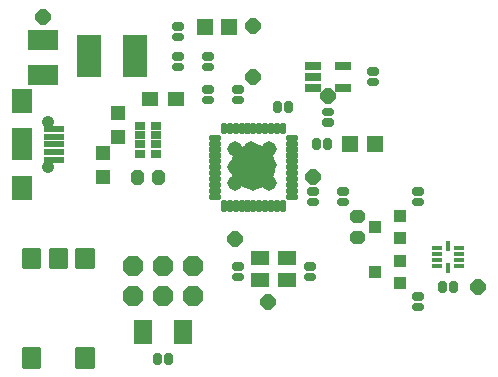
<source format=gts>
G75*
%MOIN*%
%OFA0B0*%
%FSLAX25Y25*%
%IPPOS*%
%LPD*%
%AMOC8*
5,1,8,0,0,1.08239X$1,22.5*
%
%ADD10C,0.02520*%
%ADD11R,0.10249X0.07099*%
%ADD12C,0.03470*%
%ADD13R,0.06312X0.07887*%
%ADD14R,0.08280X0.14186*%
%ADD15R,0.03445X0.01378*%
%ADD16R,0.01378X0.03445*%
%ADD17R,0.06509X0.02375*%
%ADD18C,0.04146*%
%ADD19R,0.06693X0.07874*%
%ADD20R,0.06693X0.10630*%
%ADD21OC8,0.06940*%
%ADD22R,0.05524X0.05524*%
%ADD23R,0.05524X0.04737*%
%ADD24C,0.00947*%
%ADD25R,0.03359X0.02769*%
%ADD26C,0.10000*%
%ADD27C,0.01506*%
%ADD28R,0.05524X0.02965*%
%ADD29R,0.05918X0.04934*%
%ADD30R,0.04737X0.04737*%
%ADD31R,0.04343X0.03950*%
%ADD32OC8,0.05162*%
%ADD33C,0.05162*%
D10*
X0066456Y0013240D02*
X0066736Y0013240D01*
X0066736Y0011960D01*
X0066456Y0011960D01*
X0066456Y0013240D01*
X0069956Y0013240D02*
X0070236Y0013240D01*
X0070236Y0011960D01*
X0069956Y0011960D01*
X0069956Y0013240D01*
X0092706Y0039710D02*
X0092706Y0039990D01*
X0093986Y0039990D01*
X0093986Y0039710D01*
X0092706Y0039710D01*
X0092706Y0043210D02*
X0092706Y0043490D01*
X0093986Y0043490D01*
X0093986Y0043210D01*
X0092706Y0043210D01*
X0117986Y0043210D02*
X0117986Y0043490D01*
X0117986Y0043210D02*
X0116706Y0043210D01*
X0116706Y0043490D01*
X0117986Y0043490D01*
X0117986Y0039990D02*
X0117986Y0039710D01*
X0116706Y0039710D01*
X0116706Y0039990D01*
X0117986Y0039990D01*
X0117706Y0064710D02*
X0117706Y0064990D01*
X0118986Y0064990D01*
X0118986Y0064710D01*
X0117706Y0064710D01*
X0117706Y0068210D02*
X0117706Y0068490D01*
X0118986Y0068490D01*
X0118986Y0068210D01*
X0117706Y0068210D01*
X0128986Y0068210D02*
X0128986Y0068490D01*
X0128986Y0068210D02*
X0127706Y0068210D01*
X0127706Y0068490D01*
X0128986Y0068490D01*
X0128986Y0064990D02*
X0128986Y0064710D01*
X0127706Y0064710D01*
X0127706Y0064990D01*
X0128986Y0064990D01*
X0123236Y0083460D02*
X0122956Y0083460D01*
X0122956Y0084740D01*
X0123236Y0084740D01*
X0123236Y0083460D01*
X0119736Y0083460D02*
X0119456Y0083460D01*
X0119456Y0084740D01*
X0119736Y0084740D01*
X0119736Y0083460D01*
X0123986Y0091210D02*
X0123986Y0091490D01*
X0123986Y0091210D02*
X0122706Y0091210D01*
X0122706Y0091490D01*
X0123986Y0091490D01*
X0123986Y0094710D02*
X0123986Y0094990D01*
X0123986Y0094710D02*
X0122706Y0094710D01*
X0122706Y0094990D01*
X0123986Y0094990D01*
X0137706Y0104710D02*
X0137706Y0104990D01*
X0138986Y0104990D01*
X0138986Y0104710D01*
X0137706Y0104710D01*
X0137706Y0108210D02*
X0137706Y0108490D01*
X0138986Y0108490D01*
X0138986Y0108210D01*
X0137706Y0108210D01*
X0110236Y0097240D02*
X0109956Y0097240D01*
X0110236Y0097240D02*
X0110236Y0095960D01*
X0109956Y0095960D01*
X0109956Y0097240D01*
X0106736Y0097240D02*
X0106456Y0097240D01*
X0106736Y0097240D02*
X0106736Y0095960D01*
X0106456Y0095960D01*
X0106456Y0097240D01*
X0093986Y0098710D02*
X0093986Y0098990D01*
X0093986Y0098710D02*
X0092706Y0098710D01*
X0092706Y0098990D01*
X0093986Y0098990D01*
X0093986Y0102210D02*
X0093986Y0102490D01*
X0093986Y0102210D02*
X0092706Y0102210D01*
X0092706Y0102490D01*
X0093986Y0102490D01*
X0083986Y0102490D02*
X0083986Y0102210D01*
X0082706Y0102210D01*
X0082706Y0102490D01*
X0083986Y0102490D01*
X0083986Y0098990D02*
X0083986Y0098710D01*
X0082706Y0098710D01*
X0082706Y0098990D01*
X0083986Y0098990D01*
X0082706Y0109710D02*
X0082706Y0109990D01*
X0083986Y0109990D01*
X0083986Y0109710D01*
X0082706Y0109710D01*
X0082706Y0113210D02*
X0082706Y0113490D01*
X0083986Y0113490D01*
X0083986Y0113210D01*
X0082706Y0113210D01*
X0073986Y0113210D02*
X0073986Y0113490D01*
X0073986Y0113210D02*
X0072706Y0113210D01*
X0072706Y0113490D01*
X0073986Y0113490D01*
X0073986Y0109990D02*
X0073986Y0109710D01*
X0072706Y0109710D01*
X0072706Y0109990D01*
X0073986Y0109990D01*
X0073986Y0119710D02*
X0073986Y0119990D01*
X0073986Y0119710D02*
X0072706Y0119710D01*
X0072706Y0119990D01*
X0073986Y0119990D01*
X0073986Y0123210D02*
X0073986Y0123490D01*
X0073986Y0123210D02*
X0072706Y0123210D01*
X0072706Y0123490D01*
X0073986Y0123490D01*
X0153986Y0068490D02*
X0153986Y0068210D01*
X0152706Y0068210D01*
X0152706Y0068490D01*
X0153986Y0068490D01*
X0153986Y0064990D02*
X0153986Y0064710D01*
X0152706Y0064710D01*
X0152706Y0064990D01*
X0153986Y0064990D01*
X0161456Y0035960D02*
X0161736Y0035960D01*
X0161456Y0035960D02*
X0161456Y0037240D01*
X0161736Y0037240D01*
X0161736Y0035960D01*
X0164956Y0035960D02*
X0165236Y0035960D01*
X0164956Y0035960D02*
X0164956Y0037240D01*
X0165236Y0037240D01*
X0165236Y0035960D01*
X0152706Y0033490D02*
X0152706Y0033210D01*
X0152706Y0033490D02*
X0153986Y0033490D01*
X0153986Y0033210D01*
X0152706Y0033210D01*
X0152706Y0029990D02*
X0152706Y0029710D01*
X0152706Y0029990D02*
X0153986Y0029990D01*
X0153986Y0029710D01*
X0152706Y0029710D01*
D11*
X0028346Y0107194D03*
X0028346Y0119006D03*
D12*
X0059413Y0073930D02*
X0059413Y0072270D01*
X0059413Y0073930D02*
X0060279Y0073930D01*
X0060279Y0072270D01*
X0059413Y0072270D01*
X0066413Y0072270D02*
X0066413Y0073930D01*
X0067279Y0073930D01*
X0067279Y0072270D01*
X0066413Y0072270D01*
X0134176Y0060533D02*
X0134176Y0059667D01*
X0132516Y0059667D01*
X0132516Y0060533D01*
X0134176Y0060533D01*
X0134176Y0053533D02*
X0134176Y0052667D01*
X0132516Y0052667D01*
X0132516Y0053533D01*
X0134176Y0053533D01*
D13*
X0075039Y0021600D03*
X0061654Y0021600D03*
D14*
X0059024Y0113600D03*
X0043669Y0113600D03*
D15*
X0159754Y0049553D03*
X0159754Y0047584D03*
X0159754Y0045616D03*
X0159754Y0043647D03*
X0166939Y0043647D03*
X0166939Y0045616D03*
X0166939Y0047584D03*
X0166939Y0049553D03*
D16*
X0163346Y0050193D03*
X0163346Y0043007D03*
D17*
X0032075Y0078982D03*
X0032075Y0081541D03*
X0032075Y0084100D03*
X0032075Y0086659D03*
X0032075Y0089218D03*
D18*
X0030008Y0091580D03*
X0030008Y0076620D03*
D19*
X0021346Y0069596D03*
X0021346Y0098604D03*
D20*
X0021346Y0084100D03*
D21*
X0058346Y0043600D03*
X0068346Y0043600D03*
X0078346Y0043600D03*
X0078346Y0033600D03*
X0068346Y0033600D03*
X0058346Y0033600D03*
D22*
X0130713Y0084100D03*
X0138980Y0084100D03*
X0090480Y0123100D03*
X0082213Y0123100D03*
D23*
X0072677Y0099100D03*
X0064016Y0099100D03*
D24*
X0021805Y0016141D02*
X0021805Y0009989D01*
X0021805Y0016141D02*
X0027171Y0016141D01*
X0027171Y0009989D01*
X0021805Y0009989D01*
X0021805Y0010935D02*
X0027171Y0010935D01*
X0027171Y0011881D02*
X0021805Y0011881D01*
X0021805Y0012827D02*
X0027171Y0012827D01*
X0027171Y0013773D02*
X0021805Y0013773D01*
X0021805Y0014719D02*
X0027171Y0014719D01*
X0027171Y0015665D02*
X0021805Y0015665D01*
X0039522Y0016141D02*
X0039522Y0009989D01*
X0039522Y0016141D02*
X0044888Y0016141D01*
X0044888Y0009989D01*
X0039522Y0009989D01*
X0039522Y0010935D02*
X0044888Y0010935D01*
X0044888Y0011881D02*
X0039522Y0011881D01*
X0039522Y0012827D02*
X0044888Y0012827D01*
X0044888Y0013773D02*
X0039522Y0013773D01*
X0039522Y0014719D02*
X0044888Y0014719D01*
X0044888Y0015665D02*
X0039522Y0015665D01*
X0039522Y0043059D02*
X0039522Y0049211D01*
X0044888Y0049211D01*
X0044888Y0043059D01*
X0039522Y0043059D01*
X0039522Y0044005D02*
X0044888Y0044005D01*
X0044888Y0044951D02*
X0039522Y0044951D01*
X0039522Y0045897D02*
X0044888Y0045897D01*
X0044888Y0046843D02*
X0039522Y0046843D01*
X0039522Y0047789D02*
X0044888Y0047789D01*
X0044888Y0048735D02*
X0039522Y0048735D01*
X0030663Y0049211D02*
X0030663Y0043059D01*
X0030663Y0049211D02*
X0036029Y0049211D01*
X0036029Y0043059D01*
X0030663Y0043059D01*
X0030663Y0044005D02*
X0036029Y0044005D01*
X0036029Y0044951D02*
X0030663Y0044951D01*
X0030663Y0045897D02*
X0036029Y0045897D01*
X0036029Y0046843D02*
X0030663Y0046843D01*
X0030663Y0047789D02*
X0036029Y0047789D01*
X0036029Y0048735D02*
X0030663Y0048735D01*
X0021805Y0049211D02*
X0021805Y0043059D01*
X0021805Y0049211D02*
X0027171Y0049211D01*
X0027171Y0043059D01*
X0021805Y0043059D01*
X0021805Y0044005D02*
X0027171Y0044005D01*
X0027171Y0044951D02*
X0021805Y0044951D01*
X0021805Y0045897D02*
X0027171Y0045897D01*
X0027171Y0046843D02*
X0021805Y0046843D01*
X0021805Y0047789D02*
X0027171Y0047789D01*
X0027171Y0048735D02*
X0021805Y0048735D01*
D25*
X0060689Y0080876D03*
X0060689Y0084025D03*
X0060689Y0087175D03*
X0060689Y0090324D03*
X0066004Y0090324D03*
X0066004Y0087175D03*
X0066004Y0084025D03*
X0066004Y0080876D03*
D26*
X0095846Y0076600D02*
X0095848Y0076699D01*
X0095854Y0076799D01*
X0095864Y0076898D01*
X0095878Y0076996D01*
X0095895Y0077094D01*
X0095917Y0077191D01*
X0095942Y0077287D01*
X0095971Y0077382D01*
X0096004Y0077476D01*
X0096041Y0077568D01*
X0096081Y0077659D01*
X0096125Y0077748D01*
X0096173Y0077836D01*
X0096224Y0077921D01*
X0096278Y0078004D01*
X0096335Y0078086D01*
X0096396Y0078164D01*
X0096460Y0078241D01*
X0096526Y0078314D01*
X0096596Y0078385D01*
X0096668Y0078453D01*
X0096743Y0078519D01*
X0096821Y0078581D01*
X0096901Y0078640D01*
X0096983Y0078696D01*
X0097067Y0078748D01*
X0097154Y0078797D01*
X0097242Y0078843D01*
X0097332Y0078885D01*
X0097424Y0078924D01*
X0097517Y0078959D01*
X0097611Y0078990D01*
X0097707Y0079017D01*
X0097804Y0079040D01*
X0097901Y0079060D01*
X0097999Y0079076D01*
X0098098Y0079088D01*
X0098197Y0079096D01*
X0098296Y0079100D01*
X0098396Y0079100D01*
X0098495Y0079096D01*
X0098594Y0079088D01*
X0098693Y0079076D01*
X0098791Y0079060D01*
X0098888Y0079040D01*
X0098985Y0079017D01*
X0099081Y0078990D01*
X0099175Y0078959D01*
X0099268Y0078924D01*
X0099360Y0078885D01*
X0099450Y0078843D01*
X0099538Y0078797D01*
X0099625Y0078748D01*
X0099709Y0078696D01*
X0099791Y0078640D01*
X0099871Y0078581D01*
X0099949Y0078519D01*
X0100024Y0078453D01*
X0100096Y0078385D01*
X0100166Y0078314D01*
X0100232Y0078241D01*
X0100296Y0078164D01*
X0100357Y0078086D01*
X0100414Y0078004D01*
X0100468Y0077921D01*
X0100519Y0077836D01*
X0100567Y0077748D01*
X0100611Y0077659D01*
X0100651Y0077568D01*
X0100688Y0077476D01*
X0100721Y0077382D01*
X0100750Y0077287D01*
X0100775Y0077191D01*
X0100797Y0077094D01*
X0100814Y0076996D01*
X0100828Y0076898D01*
X0100838Y0076799D01*
X0100844Y0076699D01*
X0100846Y0076600D01*
X0100844Y0076501D01*
X0100838Y0076401D01*
X0100828Y0076302D01*
X0100814Y0076204D01*
X0100797Y0076106D01*
X0100775Y0076009D01*
X0100750Y0075913D01*
X0100721Y0075818D01*
X0100688Y0075724D01*
X0100651Y0075632D01*
X0100611Y0075541D01*
X0100567Y0075452D01*
X0100519Y0075364D01*
X0100468Y0075279D01*
X0100414Y0075196D01*
X0100357Y0075114D01*
X0100296Y0075036D01*
X0100232Y0074959D01*
X0100166Y0074886D01*
X0100096Y0074815D01*
X0100024Y0074747D01*
X0099949Y0074681D01*
X0099871Y0074619D01*
X0099791Y0074560D01*
X0099709Y0074504D01*
X0099625Y0074452D01*
X0099538Y0074403D01*
X0099450Y0074357D01*
X0099360Y0074315D01*
X0099268Y0074276D01*
X0099175Y0074241D01*
X0099081Y0074210D01*
X0098985Y0074183D01*
X0098888Y0074160D01*
X0098791Y0074140D01*
X0098693Y0074124D01*
X0098594Y0074112D01*
X0098495Y0074104D01*
X0098396Y0074100D01*
X0098296Y0074100D01*
X0098197Y0074104D01*
X0098098Y0074112D01*
X0097999Y0074124D01*
X0097901Y0074140D01*
X0097804Y0074160D01*
X0097707Y0074183D01*
X0097611Y0074210D01*
X0097517Y0074241D01*
X0097424Y0074276D01*
X0097332Y0074315D01*
X0097242Y0074357D01*
X0097154Y0074403D01*
X0097067Y0074452D01*
X0096983Y0074504D01*
X0096901Y0074560D01*
X0096821Y0074619D01*
X0096743Y0074681D01*
X0096668Y0074747D01*
X0096596Y0074815D01*
X0096526Y0074886D01*
X0096460Y0074959D01*
X0096396Y0075036D01*
X0096335Y0075114D01*
X0096278Y0075196D01*
X0096224Y0075279D01*
X0096173Y0075364D01*
X0096125Y0075452D01*
X0096081Y0075541D01*
X0096041Y0075632D01*
X0096004Y0075724D01*
X0095971Y0075818D01*
X0095942Y0075913D01*
X0095917Y0076009D01*
X0095895Y0076106D01*
X0095878Y0076204D01*
X0095864Y0076302D01*
X0095854Y0076401D01*
X0095848Y0076501D01*
X0095846Y0076600D01*
D27*
X0086576Y0076412D02*
X0084330Y0076412D01*
X0084330Y0076788D01*
X0086576Y0076788D01*
X0086576Y0076412D01*
X0086576Y0074443D02*
X0084330Y0074443D01*
X0084330Y0074819D01*
X0086576Y0074819D01*
X0086576Y0074443D01*
X0086576Y0072475D02*
X0084330Y0072475D01*
X0084330Y0072851D01*
X0086576Y0072851D01*
X0086576Y0072475D01*
X0086576Y0070506D02*
X0084330Y0070506D01*
X0084330Y0070882D01*
X0086576Y0070882D01*
X0086576Y0070506D01*
X0086576Y0068538D02*
X0084330Y0068538D01*
X0084330Y0068914D01*
X0086576Y0068914D01*
X0086576Y0068538D01*
X0086576Y0066569D02*
X0084330Y0066569D01*
X0084330Y0066945D01*
X0086576Y0066945D01*
X0086576Y0066569D01*
X0088692Y0064829D02*
X0088692Y0062583D01*
X0088316Y0062583D01*
X0088316Y0064829D01*
X0088692Y0064829D01*
X0088692Y0064088D02*
X0088316Y0064088D01*
X0090660Y0064829D02*
X0090660Y0062583D01*
X0090284Y0062583D01*
X0090284Y0064829D01*
X0090660Y0064829D01*
X0090660Y0064088D02*
X0090284Y0064088D01*
X0092629Y0064829D02*
X0092629Y0062583D01*
X0092253Y0062583D01*
X0092253Y0064829D01*
X0092629Y0064829D01*
X0092629Y0064088D02*
X0092253Y0064088D01*
X0094597Y0064829D02*
X0094597Y0062583D01*
X0094221Y0062583D01*
X0094221Y0064829D01*
X0094597Y0064829D01*
X0094597Y0064088D02*
X0094221Y0064088D01*
X0096566Y0064829D02*
X0096566Y0062583D01*
X0096190Y0062583D01*
X0096190Y0064829D01*
X0096566Y0064829D01*
X0096566Y0064088D02*
X0096190Y0064088D01*
X0098534Y0064829D02*
X0098534Y0062583D01*
X0098158Y0062583D01*
X0098158Y0064829D01*
X0098534Y0064829D01*
X0098534Y0064088D02*
X0098158Y0064088D01*
X0100503Y0064829D02*
X0100503Y0062583D01*
X0100127Y0062583D01*
X0100127Y0064829D01*
X0100503Y0064829D01*
X0100503Y0064088D02*
X0100127Y0064088D01*
X0102471Y0064829D02*
X0102471Y0062583D01*
X0102095Y0062583D01*
X0102095Y0064829D01*
X0102471Y0064829D01*
X0102471Y0064088D02*
X0102095Y0064088D01*
X0104440Y0064829D02*
X0104440Y0062583D01*
X0104064Y0062583D01*
X0104064Y0064829D01*
X0104440Y0064829D01*
X0104440Y0064088D02*
X0104064Y0064088D01*
X0106408Y0064829D02*
X0106408Y0062583D01*
X0106032Y0062583D01*
X0106032Y0064829D01*
X0106408Y0064829D01*
X0106408Y0064088D02*
X0106032Y0064088D01*
X0108377Y0064829D02*
X0108377Y0062583D01*
X0108001Y0062583D01*
X0108001Y0064829D01*
X0108377Y0064829D01*
X0108377Y0064088D02*
X0108001Y0064088D01*
X0110117Y0066945D02*
X0112363Y0066945D01*
X0112363Y0066569D01*
X0110117Y0066569D01*
X0110117Y0066945D01*
X0110117Y0068914D02*
X0112363Y0068914D01*
X0112363Y0068538D01*
X0110117Y0068538D01*
X0110117Y0068914D01*
X0110117Y0070882D02*
X0112363Y0070882D01*
X0112363Y0070506D01*
X0110117Y0070506D01*
X0110117Y0070882D01*
X0110117Y0072851D02*
X0112363Y0072851D01*
X0112363Y0072475D01*
X0110117Y0072475D01*
X0110117Y0072851D01*
X0110117Y0074819D02*
X0112363Y0074819D01*
X0112363Y0074443D01*
X0110117Y0074443D01*
X0110117Y0074819D01*
X0110117Y0076788D02*
X0112363Y0076788D01*
X0112363Y0076412D01*
X0110117Y0076412D01*
X0110117Y0076788D01*
X0110117Y0078757D02*
X0112363Y0078757D01*
X0112363Y0078381D01*
X0110117Y0078381D01*
X0110117Y0078757D01*
X0110117Y0080725D02*
X0112363Y0080725D01*
X0112363Y0080349D01*
X0110117Y0080349D01*
X0110117Y0080725D01*
X0110117Y0082694D02*
X0112363Y0082694D01*
X0112363Y0082318D01*
X0110117Y0082318D01*
X0110117Y0082694D01*
X0110117Y0084662D02*
X0112363Y0084662D01*
X0112363Y0084286D01*
X0110117Y0084286D01*
X0110117Y0084662D01*
X0110117Y0086631D02*
X0112363Y0086631D01*
X0112363Y0086255D01*
X0110117Y0086255D01*
X0110117Y0086631D01*
X0108001Y0088371D02*
X0108001Y0090617D01*
X0108377Y0090617D01*
X0108377Y0088371D01*
X0108001Y0088371D01*
X0108001Y0089876D02*
X0108377Y0089876D01*
X0106032Y0090617D02*
X0106032Y0088371D01*
X0106032Y0090617D02*
X0106408Y0090617D01*
X0106408Y0088371D01*
X0106032Y0088371D01*
X0106032Y0089876D02*
X0106408Y0089876D01*
X0104064Y0090617D02*
X0104064Y0088371D01*
X0104064Y0090617D02*
X0104440Y0090617D01*
X0104440Y0088371D01*
X0104064Y0088371D01*
X0104064Y0089876D02*
X0104440Y0089876D01*
X0102095Y0090617D02*
X0102095Y0088371D01*
X0102095Y0090617D02*
X0102471Y0090617D01*
X0102471Y0088371D01*
X0102095Y0088371D01*
X0102095Y0089876D02*
X0102471Y0089876D01*
X0100127Y0090617D02*
X0100127Y0088371D01*
X0100127Y0090617D02*
X0100503Y0090617D01*
X0100503Y0088371D01*
X0100127Y0088371D01*
X0100127Y0089876D02*
X0100503Y0089876D01*
X0098158Y0090617D02*
X0098158Y0088371D01*
X0098158Y0090617D02*
X0098534Y0090617D01*
X0098534Y0088371D01*
X0098158Y0088371D01*
X0098158Y0089876D02*
X0098534Y0089876D01*
X0096190Y0090617D02*
X0096190Y0088371D01*
X0096190Y0090617D02*
X0096566Y0090617D01*
X0096566Y0088371D01*
X0096190Y0088371D01*
X0096190Y0089876D02*
X0096566Y0089876D01*
X0094221Y0090617D02*
X0094221Y0088371D01*
X0094221Y0090617D02*
X0094597Y0090617D01*
X0094597Y0088371D01*
X0094221Y0088371D01*
X0094221Y0089876D02*
X0094597Y0089876D01*
X0092253Y0090617D02*
X0092253Y0088371D01*
X0092253Y0090617D02*
X0092629Y0090617D01*
X0092629Y0088371D01*
X0092253Y0088371D01*
X0092253Y0089876D02*
X0092629Y0089876D01*
X0090284Y0090617D02*
X0090284Y0088371D01*
X0090284Y0090617D02*
X0090660Y0090617D01*
X0090660Y0088371D01*
X0090284Y0088371D01*
X0090284Y0089876D02*
X0090660Y0089876D01*
X0088316Y0090617D02*
X0088316Y0088371D01*
X0088316Y0090617D02*
X0088692Y0090617D01*
X0088692Y0088371D01*
X0088316Y0088371D01*
X0088316Y0089876D02*
X0088692Y0089876D01*
X0086576Y0086255D02*
X0084330Y0086255D01*
X0084330Y0086631D01*
X0086576Y0086631D01*
X0086576Y0086255D01*
X0086576Y0084286D02*
X0084330Y0084286D01*
X0084330Y0084662D01*
X0086576Y0084662D01*
X0086576Y0084286D01*
X0086576Y0082318D02*
X0084330Y0082318D01*
X0084330Y0082694D01*
X0086576Y0082694D01*
X0086576Y0082318D01*
X0086576Y0080349D02*
X0084330Y0080349D01*
X0084330Y0080725D01*
X0086576Y0080725D01*
X0086576Y0080349D01*
X0086576Y0078381D02*
X0084330Y0078381D01*
X0084330Y0078757D01*
X0086576Y0078757D01*
X0086576Y0078381D01*
D28*
X0118228Y0102860D03*
X0118228Y0106600D03*
X0118228Y0110340D03*
X0128465Y0110340D03*
X0128465Y0102860D03*
D29*
X0109874Y0046242D03*
X0109874Y0038958D03*
X0100819Y0038958D03*
X0100819Y0046242D03*
D30*
X0048346Y0073163D03*
X0048346Y0081037D03*
X0053346Y0086663D03*
X0053346Y0094537D03*
D31*
X0139016Y0056600D03*
X0147283Y0052860D03*
X0147283Y0060340D03*
X0147283Y0045340D03*
X0139016Y0041600D03*
X0147283Y0037860D03*
D32*
X0173346Y0036600D03*
X0118346Y0073100D03*
X0092346Y0052600D03*
X0103346Y0031600D03*
X0123346Y0100100D03*
X0098346Y0106600D03*
X0098346Y0123600D03*
X0028346Y0126600D03*
D33*
X0021346Y0084100D03*
X0092346Y0082600D03*
X0097846Y0082600D03*
X0103846Y0082600D03*
X0103846Y0077100D03*
X0098346Y0076600D03*
X0092346Y0076600D03*
X0092346Y0071100D03*
X0098346Y0071100D03*
X0103846Y0071100D03*
M02*

</source>
